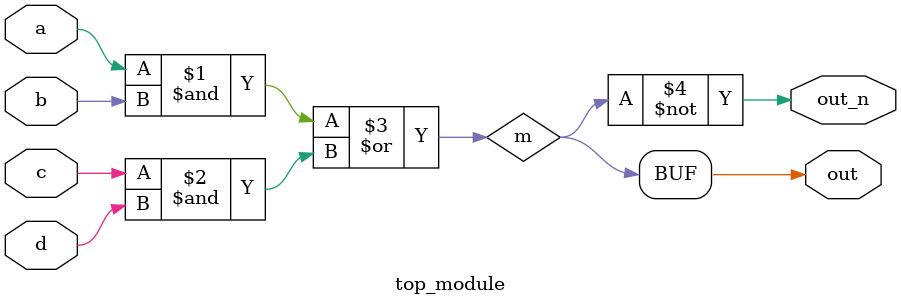
<source format=v>
`default_nettype none
module top_module(
    input a,
    input b,
    input c,
    input d,
    output out,
    output out_n   ); 
    wire m;
    assign m = ((a & b) | (c & d));
    assign out = m;
    assign out_n = ~m;
endmodule

</source>
